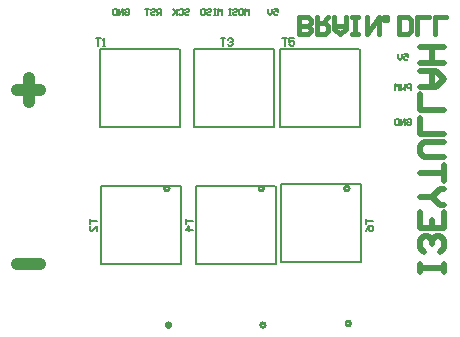
<source format=gbo>
G04*
G04 #@! TF.GenerationSoftware,Altium Limited,Altium Designer,21.7.1 (17)*
G04*
G04 Layer_Color=32896*
%FSLAX44Y44*%
%MOMM*%
G71*
G04*
G04 #@! TF.SameCoordinates,2D618FE2-354D-44BD-A4EA-B8E689397128*
G04*
G04*
G04 #@! TF.FilePolarity,Positive*
G04*
G01*
G75*
%ADD10C,0.2540*%
%ADD11C,0.2000*%
%ADD13C,0.1400*%
%ADD62C,0.5080*%
%ADD63C,0.4000*%
%ADD64C,0.1270*%
%ADD65C,1.0000*%
D10*
X224390Y140040D02*
G03*
X224390Y140040I-2000J0D01*
G01*
X296780D02*
G03*
X296780Y140040I-2000J0D01*
G01*
X298050Y25740D02*
G03*
X298050Y25740I-2000J0D01*
G01*
X225660Y24470D02*
G03*
X225660Y24470I-2000J0D01*
G01*
X145650D02*
G03*
X145650Y24470I-2000J0D01*
G01*
X144380Y140040D02*
G03*
X144380Y140040I-2000J0D01*
G01*
D11*
X165740Y258040D02*
X233040D01*
X165740Y192040D02*
Y258040D01*
X233390Y192040D02*
Y258140D01*
X165740Y192040D02*
X233040D01*
X238130D02*
X305430D01*
X305780D02*
Y258140D01*
X238130Y192040D02*
Y258040D01*
X305430D01*
X239400Y77740D02*
X306700D01*
X307050D02*
Y143840D01*
X239400Y77740D02*
Y143740D01*
X306700D01*
X167010Y76470D02*
X234310D01*
X234660D02*
Y142570D01*
X167010Y76470D02*
Y142470D01*
X234310D01*
X87000Y76470D02*
X154300D01*
X154650D02*
Y142570D01*
X87000Y76470D02*
Y142470D01*
X154300D01*
X85730Y192040D02*
X153030D01*
X153380D02*
Y258140D01*
X85730Y192040D02*
Y258040D01*
X153030D01*
D13*
X188042Y267159D02*
X192040D01*
X190041D01*
Y261161D01*
X194040Y266159D02*
X195039Y267159D01*
X197039D01*
X198038Y266159D01*
Y265160D01*
X197039Y264160D01*
X196039D01*
X197039D01*
X198038Y263160D01*
Y262161D01*
X197039Y261161D01*
X195039D01*
X194040Y262161D01*
X310691Y114218D02*
Y110220D01*
Y112219D01*
X316689D01*
X310691Y104222D02*
X311691Y106221D01*
X313690Y108220D01*
X315689D01*
X316689Y107221D01*
Y105221D01*
X315689Y104222D01*
X314690D01*
X313690Y105221D01*
Y108220D01*
X240112Y267159D02*
X244110D01*
X242111D01*
Y261161D01*
X250108Y267159D02*
X246110D01*
Y264160D01*
X248109Y265160D01*
X249109D01*
X250108Y264160D01*
Y262161D01*
X249109Y261161D01*
X247109D01*
X246110Y262161D01*
X158291Y114218D02*
Y110220D01*
Y112219D01*
X164289D01*
Y105221D02*
X158291D01*
X161290Y108220D01*
Y104222D01*
X77011Y114218D02*
Y110220D01*
Y112219D01*
X83009D01*
Y104222D02*
Y108220D01*
X79010Y104222D01*
X78011D01*
X77011Y105221D01*
Y107221D01*
X78011Y108220D01*
X82361Y267159D02*
X86360D01*
X84361D01*
Y261161D01*
X88359D02*
X90359D01*
X89359D01*
Y267159D01*
X88359Y266159D01*
D62*
X376864Y69850D02*
Y76515D01*
Y73182D01*
X356870D01*
Y69850D01*
Y76515D01*
X373531Y86511D02*
X376864Y89844D01*
Y96508D01*
X373531Y99840D01*
X370199D01*
X366867Y96508D01*
Y93176D01*
Y96508D01*
X363535Y99840D01*
X360202D01*
X356870Y96508D01*
Y89844D01*
X360202Y86511D01*
X376864Y119834D02*
Y106505D01*
X356870D01*
Y119834D01*
X366867Y106505D02*
Y113169D01*
X376864Y126498D02*
X373531D01*
X366867Y133163D01*
X373531Y139827D01*
X376864D01*
X366867Y133163D02*
X356870D01*
X376864Y146492D02*
Y159821D01*
Y153156D01*
X356870D01*
X376864Y166486D02*
X360202D01*
X356870Y169818D01*
Y176482D01*
X360202Y179815D01*
X376864D01*
Y186479D02*
X356870D01*
Y199808D01*
X376864Y206473D02*
X356870D01*
Y219802D01*
Y226466D02*
X370199D01*
X376864Y233131D01*
X370199Y239795D01*
X356870D01*
X366867D01*
Y226466D01*
X376864Y246460D02*
X356870D01*
X366867D01*
Y259789D01*
X376864D01*
X356870D01*
D63*
X254190Y270565D02*
Y285560D01*
X261688D01*
X264187Y283061D01*
Y280562D01*
X261688Y278062D01*
X254190D01*
X261688D01*
X264187Y275563D01*
Y273064D01*
X261688Y270565D01*
X254190D01*
X269185Y285560D02*
Y270565D01*
X276683D01*
X279182Y273064D01*
Y278062D01*
X276683Y280562D01*
X269185D01*
X274184D02*
X279182Y285560D01*
X284180D02*
Y275563D01*
X289179Y270565D01*
X294177Y275563D01*
Y285560D01*
Y278062D01*
X284180D01*
X299175Y270565D02*
X304174D01*
X301675D01*
Y285560D01*
X299175D01*
X304174D01*
X311671D02*
Y270565D01*
X321668Y285560D01*
Y270565D01*
X326666Y285560D02*
Y283061D01*
X329166D01*
Y285560D01*
X326666D01*
X339162Y270565D02*
Y285560D01*
X346660D01*
X349159Y283061D01*
Y273064D01*
X346660Y270565D01*
X339162D01*
X354158D02*
Y285560D01*
X364154D01*
X369153Y270565D02*
Y285560D01*
X379150D01*
D64*
X137160Y287020D02*
Y292098D01*
X134621D01*
X133774Y291252D01*
Y289559D01*
X134621Y288713D01*
X137160D01*
X135467D02*
X133774Y287020D01*
X128696Y291252D02*
X129543Y292098D01*
X131235D01*
X132082Y291252D01*
Y290406D01*
X131235Y289559D01*
X129543D01*
X128696Y288713D01*
Y287866D01*
X129543Y287020D01*
X131235D01*
X132082Y287866D01*
X127003Y292098D02*
X123618D01*
X125310D01*
Y287020D01*
X107104Y291252D02*
X107951Y292098D01*
X109644D01*
X110490Y291252D01*
Y287866D01*
X109644Y287020D01*
X107951D01*
X107104Y287866D01*
Y289559D01*
X108797D01*
X105412Y287020D02*
Y292098D01*
X102026Y287020D01*
Y292098D01*
X100333D02*
Y287020D01*
X97794D01*
X96948Y287866D01*
Y291252D01*
X97794Y292098D01*
X100333D01*
X189230Y287020D02*
Y292098D01*
X187537Y290406D01*
X185844Y292098D01*
Y287020D01*
X184152Y292098D02*
X182459D01*
X183305D01*
Y287020D01*
X184152D01*
X182459D01*
X176534Y291252D02*
X177381Y292098D01*
X179073D01*
X179920Y291252D01*
Y290406D01*
X179073Y289559D01*
X177381D01*
X176534Y288713D01*
Y287866D01*
X177381Y287020D01*
X179073D01*
X179920Y287866D01*
X172302Y292098D02*
X173995D01*
X174841Y291252D01*
Y287866D01*
X173995Y287020D01*
X172302D01*
X171456Y287866D01*
Y291252D01*
X172302Y292098D01*
X232834D02*
X236220D01*
Y289559D01*
X234527Y290406D01*
X233681D01*
X232834Y289559D01*
Y287866D01*
X233681Y287020D01*
X235374D01*
X236220Y287866D01*
X231142Y292098D02*
Y288713D01*
X229449Y287020D01*
X227756Y288713D01*
Y292098D01*
X212090Y287020D02*
Y292098D01*
X210397Y290406D01*
X208704Y292098D01*
Y287020D01*
X204473Y292098D02*
X206165D01*
X207012Y291252D01*
Y287866D01*
X206165Y287020D01*
X204473D01*
X203626Y287866D01*
Y291252D01*
X204473Y292098D01*
X198548Y291252D02*
X199394Y292098D01*
X201087D01*
X201933Y291252D01*
Y290406D01*
X201087Y289559D01*
X199394D01*
X198548Y288713D01*
Y287866D01*
X199394Y287020D01*
X201087D01*
X201933Y287866D01*
X196855Y292098D02*
X195162D01*
X196008D01*
Y287020D01*
X196855D01*
X195162D01*
X157904Y291252D02*
X158751Y292098D01*
X160444D01*
X161290Y291252D01*
Y290406D01*
X160444Y289559D01*
X158751D01*
X157904Y288713D01*
Y287866D01*
X158751Y287020D01*
X160444D01*
X161290Y287866D01*
X152826Y291252D02*
X153673Y292098D01*
X155365D01*
X156212Y291252D01*
Y287866D01*
X155365Y287020D01*
X153673D01*
X152826Y287866D01*
X151133Y292098D02*
Y287020D01*
Y288713D01*
X147748Y292098D01*
X150287Y289559D01*
X147748Y287020D01*
X343324Y253998D02*
X346710D01*
Y251459D01*
X345017Y252306D01*
X344171D01*
X343324Y251459D01*
Y249766D01*
X344171Y248920D01*
X345864D01*
X346710Y249766D01*
X341632Y253998D02*
Y250613D01*
X339939Y248920D01*
X338246Y250613D01*
Y253998D01*
X345864Y198542D02*
X346711Y199388D01*
X348404D01*
X349250Y198542D01*
Y195156D01*
X348404Y194310D01*
X346711D01*
X345864Y195156D01*
Y196849D01*
X347557D01*
X344172Y194310D02*
Y199388D01*
X340786Y194310D01*
Y199388D01*
X339093D02*
Y194310D01*
X336554D01*
X335708Y195156D01*
Y198542D01*
X336554Y199388D01*
X339093D01*
X349250Y223520D02*
Y228598D01*
X346711D01*
X345864Y227752D01*
Y226059D01*
X346711Y225213D01*
X349250D01*
X344172Y228598D02*
Y223520D01*
X342479Y225213D01*
X340786Y223520D01*
Y228598D01*
X339093Y223520D02*
Y228598D01*
X337401Y226906D01*
X335708Y228598D01*
Y223520D01*
D65*
X35397Y76200D02*
X15403D01*
X35397Y223520D02*
X15403D01*
X25400Y233517D02*
Y213523D01*
M02*

</source>
